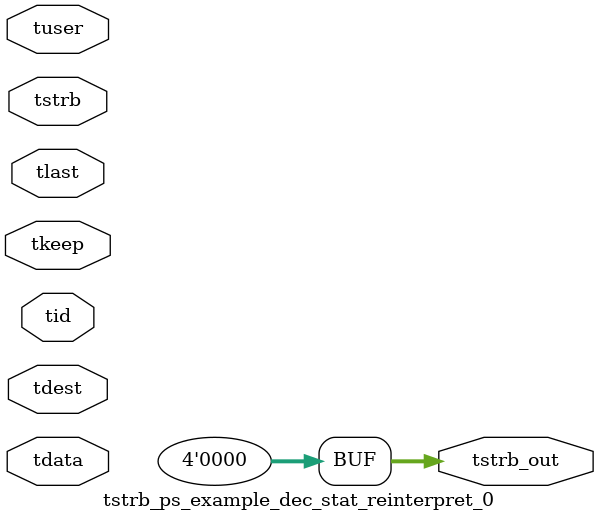
<source format=v>


`timescale 1ps/1ps

module tstrb_ps_example_dec_stat_reinterpret_0 #
(
parameter C_S_AXIS_TDATA_WIDTH = 32,
parameter C_S_AXIS_TUSER_WIDTH = 0,
parameter C_S_AXIS_TID_WIDTH   = 0,
parameter C_S_AXIS_TDEST_WIDTH = 0,
parameter C_M_AXIS_TDATA_WIDTH = 32
)
(
input  [(C_S_AXIS_TDATA_WIDTH == 0 ? 1 : C_S_AXIS_TDATA_WIDTH)-1:0     ] tdata,
input  [(C_S_AXIS_TUSER_WIDTH == 0 ? 1 : C_S_AXIS_TUSER_WIDTH)-1:0     ] tuser,
input  [(C_S_AXIS_TID_WIDTH   == 0 ? 1 : C_S_AXIS_TID_WIDTH)-1:0       ] tid,
input  [(C_S_AXIS_TDEST_WIDTH == 0 ? 1 : C_S_AXIS_TDEST_WIDTH)-1:0     ] tdest,
input  [(C_S_AXIS_TDATA_WIDTH/8)-1:0 ] tkeep,
input  [(C_S_AXIS_TDATA_WIDTH/8)-1:0 ] tstrb,
input                                                                    tlast,
output [(C_M_AXIS_TDATA_WIDTH/8)-1:0 ] tstrb_out
);

assign tstrb_out = {1'b0};

endmodule


</source>
